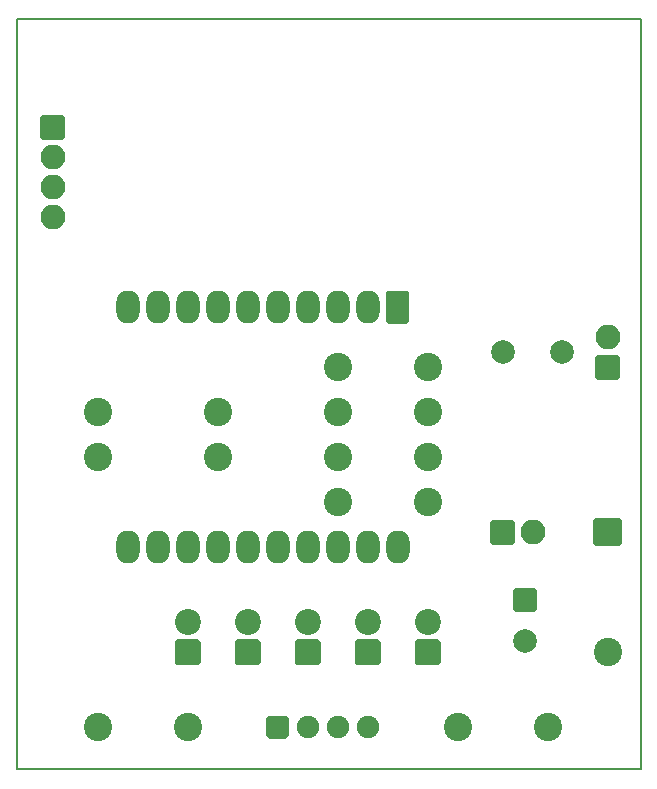
<source format=gbr>
%TF.GenerationSoftware,KiCad,Pcbnew,5.1.9+dfsg1-1+deb11u1*%
%TF.CreationDate,2023-10-13T11:59:52+02:00*%
%TF.ProjectId,mm17d,6d6d3137-642e-46b6-9963-61645f706362,231006*%
%TF.SameCoordinates,Original*%
%TF.FileFunction,Soldermask,Top*%
%TF.FilePolarity,Negative*%
%FSLAX46Y46*%
G04 Gerber Fmt 4.6, Leading zero omitted, Abs format (unit mm)*
G04 Created by KiCad (PCBNEW 5.1.9+dfsg1-1+deb11u1) date 2023-10-13 11:59:52*
%MOMM*%
%LPD*%
G01*
G04 APERTURE LIST*
%TA.AperFunction,Profile*%
%ADD10C,0.150000*%
%TD*%
%ADD11O,2.100000X2.100000*%
%ADD12O,2.000000X2.800000*%
%ADD13C,2.398980*%
%ADD14C,2.000000*%
%ADD15C,2.200000*%
%ADD16C,1.900000*%
G04 APERTURE END LIST*
D10*
X123952000Y-67056000D02*
X123952000Y-130556000D01*
X176784000Y-67056000D02*
X123952000Y-67056000D01*
X176784000Y-130556000D02*
X176784000Y-67056000D01*
X123952000Y-130556000D02*
X176784000Y-130556000D01*
%TO.C,P103*%
G36*
G01*
X125950000Y-77050000D02*
X125950000Y-75350000D01*
G75*
G02*
X126150000Y-75150000I200000J0D01*
G01*
X127850000Y-75150000D01*
G75*
G02*
X128050000Y-75350000I0J-200000D01*
G01*
X128050000Y-77050000D01*
G75*
G02*
X127850000Y-77250000I-200000J0D01*
G01*
X126150000Y-77250000D01*
G75*
G02*
X125950000Y-77050000I0J200000D01*
G01*
G37*
D11*
X127000000Y-78740000D03*
X127000000Y-81280000D03*
X127000000Y-83820000D03*
%TD*%
D12*
%TO.C,U101*%
X156210000Y-111760000D03*
X133350000Y-91440000D03*
X153670000Y-111760000D03*
X135890000Y-91440000D03*
X151130000Y-111760000D03*
X138430000Y-91440000D03*
X148590000Y-111760000D03*
X140970000Y-91440000D03*
X146050000Y-111760000D03*
X143510000Y-91440000D03*
X143510000Y-111760000D03*
X146050000Y-91440000D03*
X140970000Y-111760000D03*
X148590000Y-91440000D03*
X138430000Y-111760000D03*
X151130000Y-91440000D03*
X135890000Y-111760000D03*
X153670000Y-91440000D03*
X133350000Y-111760000D03*
G36*
G01*
X155410000Y-90040000D02*
X157010000Y-90040000D01*
G75*
G02*
X157210000Y-90240000I0J-200000D01*
G01*
X157210000Y-92640000D01*
G75*
G02*
X157010000Y-92840000I-200000J0D01*
G01*
X155410000Y-92840000D01*
G75*
G02*
X155210000Y-92640000I0J200000D01*
G01*
X155210000Y-90240000D01*
G75*
G02*
X155410000Y-90040000I200000J0D01*
G01*
G37*
%TD*%
D13*
%TO.C,R102*%
X158750000Y-96520000D03*
X151130000Y-96520000D03*
%TD*%
%TO.C,R103*%
X151130000Y-100330000D03*
X158750000Y-100330000D03*
%TD*%
%TO.C,R105*%
X151130000Y-107950000D03*
X158750000Y-107950000D03*
%TD*%
%TO.C,R104*%
X151130000Y-104140000D03*
X158750000Y-104140000D03*
%TD*%
%TO.C,R106*%
X130810000Y-127000000D03*
X138430000Y-127000000D03*
%TD*%
%TO.C,R107*%
X130810000Y-100330000D03*
X140970000Y-100330000D03*
%TD*%
%TO.C,R108*%
X130810000Y-104140000D03*
X140970000Y-104140000D03*
%TD*%
%TO.C,R101*%
X168910000Y-127000000D03*
X161290000Y-127000000D03*
%TD*%
%TO.C,D101*%
X173992540Y-120650000D03*
G36*
G01*
X174992030Y-111689490D02*
X172993050Y-111689490D01*
G75*
G02*
X172793050Y-111489490I0J200000D01*
G01*
X172793050Y-109490510D01*
G75*
G02*
X172993050Y-109290510I200000J0D01*
G01*
X174992030Y-109290510D01*
G75*
G02*
X175192030Y-109490510I0J-200000D01*
G01*
X175192030Y-111489490D01*
G75*
G02*
X174992030Y-111689490I-200000J0D01*
G01*
G37*
%TD*%
%TO.C,C101*%
G36*
G01*
X166205000Y-115205000D02*
X167805000Y-115205000D01*
G75*
G02*
X168005000Y-115405000I0J-200000D01*
G01*
X168005000Y-117005000D01*
G75*
G02*
X167805000Y-117205000I-200000J0D01*
G01*
X166205000Y-117205000D01*
G75*
G02*
X166005000Y-117005000I0J200000D01*
G01*
X166005000Y-115405000D01*
G75*
G02*
X166205000Y-115205000I200000J0D01*
G01*
G37*
D14*
X167005000Y-119705000D03*
%TD*%
%TO.C,C102*%
X165100000Y-95250000D03*
X170100000Y-95250000D03*
%TD*%
%TO.C,D102*%
G36*
G01*
X159650000Y-121750000D02*
X157850000Y-121750000D01*
G75*
G02*
X157650000Y-121550000I0J200000D01*
G01*
X157650000Y-119750000D01*
G75*
G02*
X157850000Y-119550000I200000J0D01*
G01*
X159650000Y-119550000D01*
G75*
G02*
X159850000Y-119750000I0J-200000D01*
G01*
X159850000Y-121550000D01*
G75*
G02*
X159650000Y-121750000I-200000J0D01*
G01*
G37*
D15*
X158750000Y-118110000D03*
%TD*%
%TO.C,D103*%
X153670000Y-118110000D03*
G36*
G01*
X154570000Y-121750000D02*
X152770000Y-121750000D01*
G75*
G02*
X152570000Y-121550000I0J200000D01*
G01*
X152570000Y-119750000D01*
G75*
G02*
X152770000Y-119550000I200000J0D01*
G01*
X154570000Y-119550000D01*
G75*
G02*
X154770000Y-119750000I0J-200000D01*
G01*
X154770000Y-121550000D01*
G75*
G02*
X154570000Y-121750000I-200000J0D01*
G01*
G37*
%TD*%
%TO.C,D104*%
G36*
G01*
X149490000Y-121750000D02*
X147690000Y-121750000D01*
G75*
G02*
X147490000Y-121550000I0J200000D01*
G01*
X147490000Y-119750000D01*
G75*
G02*
X147690000Y-119550000I200000J0D01*
G01*
X149490000Y-119550000D01*
G75*
G02*
X149690000Y-119750000I0J-200000D01*
G01*
X149690000Y-121550000D01*
G75*
G02*
X149490000Y-121750000I-200000J0D01*
G01*
G37*
X148590000Y-118110000D03*
%TD*%
%TO.C,D105*%
G36*
G01*
X144410000Y-121750000D02*
X142610000Y-121750000D01*
G75*
G02*
X142410000Y-121550000I0J200000D01*
G01*
X142410000Y-119750000D01*
G75*
G02*
X142610000Y-119550000I200000J0D01*
G01*
X144410000Y-119550000D01*
G75*
G02*
X144610000Y-119750000I0J-200000D01*
G01*
X144610000Y-121550000D01*
G75*
G02*
X144410000Y-121750000I-200000J0D01*
G01*
G37*
X143510000Y-118110000D03*
%TD*%
%TO.C,D106*%
X138430000Y-118110000D03*
G36*
G01*
X139330000Y-121750000D02*
X137530000Y-121750000D01*
G75*
G02*
X137330000Y-121550000I0J200000D01*
G01*
X137330000Y-119750000D01*
G75*
G02*
X137530000Y-119550000I200000J0D01*
G01*
X139330000Y-119550000D01*
G75*
G02*
X139530000Y-119750000I0J-200000D01*
G01*
X139530000Y-121550000D01*
G75*
G02*
X139330000Y-121750000I-200000J0D01*
G01*
G37*
%TD*%
%TO.C,P101*%
G36*
G01*
X165950000Y-111540000D02*
X164250000Y-111540000D01*
G75*
G02*
X164050000Y-111340000I0J200000D01*
G01*
X164050000Y-109640000D01*
G75*
G02*
X164250000Y-109440000I200000J0D01*
G01*
X165950000Y-109440000D01*
G75*
G02*
X166150000Y-109640000I0J-200000D01*
G01*
X166150000Y-111340000D01*
G75*
G02*
X165950000Y-111540000I-200000J0D01*
G01*
G37*
D11*
X167640000Y-110490000D03*
%TD*%
%TO.C,P102*%
X173990000Y-93980000D03*
G36*
G01*
X175040000Y-95670000D02*
X175040000Y-97370000D01*
G75*
G02*
X174840000Y-97570000I-200000J0D01*
G01*
X173140000Y-97570000D01*
G75*
G02*
X172940000Y-97370000I0J200000D01*
G01*
X172940000Y-95670000D01*
G75*
G02*
X173140000Y-95470000I200000J0D01*
G01*
X174840000Y-95470000D01*
G75*
G02*
X175040000Y-95670000I0J-200000D01*
G01*
G37*
%TD*%
%TO.C,U102*%
G36*
G01*
X146800000Y-127950000D02*
X145300000Y-127950000D01*
G75*
G02*
X145100000Y-127750000I0J200000D01*
G01*
X145100000Y-126250000D01*
G75*
G02*
X145300000Y-126050000I200000J0D01*
G01*
X146800000Y-126050000D01*
G75*
G02*
X147000000Y-126250000I0J-200000D01*
G01*
X147000000Y-127750000D01*
G75*
G02*
X146800000Y-127950000I-200000J0D01*
G01*
G37*
D16*
X148590000Y-127000000D03*
X151130000Y-127000000D03*
X153670000Y-127000000D03*
%TD*%
M02*

</source>
